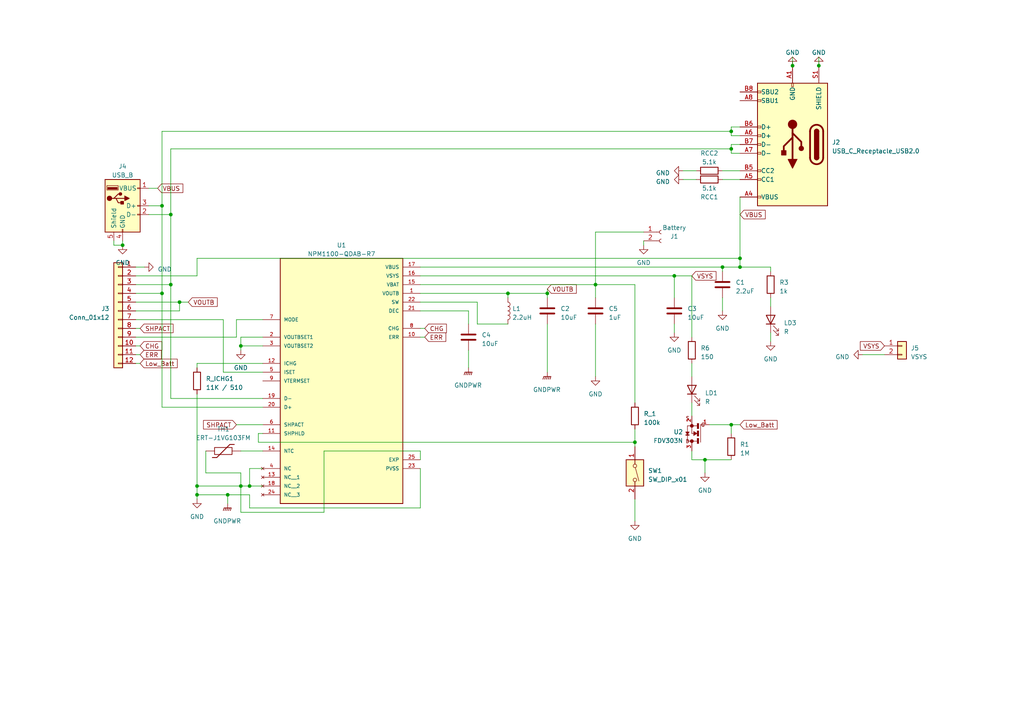
<source format=kicad_sch>
(kicad_sch (version 20230121) (generator eeschema)
  (paper "A4")
  (lib_symbols
    (symbol "Connector:Conn_01x02_Socket" (pin_names (offset 1.016) hide)
      (property "Reference" "J" (at 0 2.54 0))
      (property "Value" "Conn_01x02_Socket" (at 0 -5.08 0))
      (symbol "Conn_01x02_Socket_1_1"
        (arc (start 0 -2.032) (mid -0.5058 -2.54) (end 0 -3.048) (stroke (width 0.1524)))
        (polyline (pts (xy -1.27 -2.54) (xy -0.508 -2.54)) (stroke (width 0.1524)))
        (polyline (pts (xy -1.27 0) (xy -0.508 0)) (stroke (width 0.1524)))
        (arc (start 0 0.508) (mid -0.5058 0) (end 0 -0.508) (stroke (width 0.1524)))
        (pin passive line (at -5.08 0 0) (length 3.81) (name "Pin_1") (number "1"))
        (pin passive line (at -5.08 -2.54 0) (length 3.81) (name "Pin_2") (number "2"))
      )
    )
    (symbol "Connector:USB_A" (pin_names (offset 1.016))
      (property "Reference" "J" (at -5.08 11.43 0))
      (property "Value" "USB_A" (at -5.08 8.89 0))
      (symbol "USB_A_0_1"
        (rectangle (start -5.08 -7.62) (end 5.08 7.62) (stroke (width 0.254)) (fill (type background)))
        (circle (center -3.81 2.159) (radius 0.635) (stroke (width 0.254)) (fill (type outline)))
        (rectangle (start -1.524 4.826) (end -4.318 5.334) (fill (type outline)))
        (rectangle (start -1.27 4.572) (end -4.572 5.842))
        (circle (center -0.635 3.429) (radius 0.381) (stroke (width 0.254)) (fill (type outline)))
        (rectangle (start -0.127 -7.62) (end 0.127 -6.858))
        (polyline (pts (xy -3.175 2.159) (xy -2.54 2.159) (xy -1.27 3.429) (xy -0.635 3.429)) (stroke (width 0.254)))
        (polyline (pts (xy -2.54 2.159) (xy -1.905 2.159) (xy -1.27 0.889) (xy 0 0.889)) (stroke (width 0.254)))
        (polyline (pts (xy 0.635 2.794) (xy 0.635 1.524) (xy 1.905 2.159) (xy 0.635 2.794)) (stroke (width 0.254)) (fill (type outline)))
        (rectangle (start 0.254 1.27) (end -0.508 0.508) (stroke (width 0.254)) (fill (type outline)))
        (rectangle (start 5.08 -2.667) (end 4.318 -2.413))
        (rectangle (start 5.08 -0.127) (end 4.318 0.127))
        (rectangle (start 5.08 4.953) (end 4.318 5.207))
      )
      (symbol "USB_A_1_1"
        (polyline (pts (xy -1.905 2.159) (xy 0.635 2.159)) (stroke (width 0.254)))
        (pin power_in line (at 7.62 5.08 180) (length 2.54) (name "VBUS") (number "1"))
        (pin bidirectional line (at 7.62 -2.54 180) (length 2.54) (name "D-") (number "2"))
        (pin bidirectional line (at 7.62 0 180) (length 2.54) (name "D+") (number "3"))
        (pin power_in line (at 0 -10.16 90) (length 2.54) (name "GND") (number "4"))
        (pin passive line (at -2.54 -10.16 90) (length 2.54) (name "Shield") (number "5"))
      )
    )
    (symbol "Connector:USB_C_Receptacle_USB2.0" (pin_names (offset 1.016))
      (property "Reference" "J" (at -10.16 19.05 0))
      (property "Value" "USB_C_Receptacle_USB2.0" (at 19.05 19.05 0))
      (symbol "USB_C_Receptacle_USB2.0_0_0"
        (rectangle (start -0.254 -17.78) (end 0.254 -16.764))
        (rectangle (start 10.16 -14.986) (end 9.144 -15.494))
        (rectangle (start 10.16 -12.446) (end 9.144 -12.954))
        (rectangle (start 10.16 -4.826) (end 9.144 -5.334))
        (rectangle (start 10.16 -2.286) (end 9.144 -2.794))
        (rectangle (start 10.16 0.254) (end 9.144 -0.254))
        (rectangle (start 10.16 2.794) (end 9.144 2.286))
        (rectangle (start 10.16 7.874) (end 9.144 7.366))
        (rectangle (start 10.16 10.414) (end 9.144 9.906))
        (rectangle (start 10.16 15.494) (end 9.144 14.986))
      )
      (symbol "USB_C_Receptacle_USB2.0_0_1"
        (rectangle (start -10.16 17.78) (end 10.16 -17.78) (stroke (width 0.254)) (fill (type background)))
        (arc (start -8.89 -3.81) (mid -6.985 -5.7067) (end -5.08 -3.81) (stroke (width 0.508)))
        (arc (start -7.62 -3.81) (mid -6.985 -4.4423) (end -6.35 -3.81) (stroke (width 0.254)))
        (arc (start -7.62 -3.81) (mid -6.985 -4.4423) (end -6.35 -3.81) (stroke (width 0.254)) (fill (type outline)))
        (rectangle (start -7.62 -3.81) (end -6.35 3.81) (stroke (width 0.254)) (fill (type outline)))
        (arc (start -6.35 3.81) (mid -6.985 4.4423) (end -7.62 3.81) (stroke (width 0.254)))
        (arc (start -6.35 3.81) (mid -6.985 4.4423) (end -7.62 3.81) (stroke (width 0.254)) (fill (type outline)))
        (arc (start -5.08 3.81) (mid -6.985 5.7067) (end -8.89 3.81) (stroke (width 0.508)))
        (circle (center -2.54 1.143) (radius 0.635) (stroke (width 0.254)) (fill (type outline)))
        (circle (center 0 -5.842) (radius 1.27) (fill (type outline)))
        (polyline (pts (xy -8.89 -3.81) (xy -8.89 3.81)) (stroke (width 0.508)))
        (polyline (pts (xy -5.08 3.81) (xy -5.08 -3.81)) (stroke (width 0.508)))
        (polyline (pts (xy 0 -5.842) (xy 0 4.318)) (stroke (width 0.508)))
        (polyline (pts (xy 0 -3.302) (xy -2.54 -0.762) (xy -2.54 0.508)) (stroke (width 0.508)))
        (polyline (pts (xy 0 -2.032) (xy 2.54 0.508) (xy 2.54 1.778)) (stroke (width 0.508)))
        (polyline (pts (xy -1.27 4.318) (xy 0 6.858) (xy 1.27 4.318) (xy -1.27 4.318)) (stroke (width 0.254)) (fill (type outline)))
        (rectangle (start 1.905 1.778) (end 3.175 3.048) (stroke (width 0.254)) (fill (type outline)))
      )
      (symbol "USB_C_Receptacle_USB2.0_1_1"
        (pin passive line (at 0 -22.86 90) (length 5.08) (name "GND") (number "A1"))
        (pin passive line (at 0 -22.86 90) (length 5.08) hide (name "GND") (number "A12"))
        (pin passive line (at 15.24 15.24 180) (length 5.08) (name "VBUS") (number "A4"))
        (pin bidirectional line (at 15.24 10.16 180) (length 5.08) (name "CC1") (number "A5"))
        (pin bidirectional line (at 15.24 -2.54 180) (length 5.08) (name "D+") (number "A6"))
        (pin bidirectional line (at 15.24 2.54 180) (length 5.08) (name "D-") (number "A7"))
        (pin bidirectional line (at 15.24 -12.7 180) (length 5.08) (name "SBU1") (number "A8"))
        (pin passive line (at 15.24 15.24 180) (length 5.08) hide (name "VBUS") (number "A9"))
        (pin passive line (at 0 -22.86 90) (length 5.08) hide (name "GND") (number "B1"))
        (pin passive line (at 0 -22.86 90) (length 5.08) hide (name "GND") (number "B12"))
        (pin passive line (at 15.24 15.24 180) (length 5.08) hide (name "VBUS") (number "B4"))
        (pin bidirectional line (at 15.24 7.62 180) (length 5.08) (name "CC2") (number "B5"))
        (pin bidirectional line (at 15.24 -5.08 180) (length 5.08) (name "D+") (number "B6"))
        (pin bidirectional line (at 15.24 0 180) (length 5.08) (name "D-") (number "B7"))
        (pin bidirectional line (at 15.24 -15.24 180) (length 5.08) (name "SBU2") (number "B8"))
        (pin passive line (at 15.24 15.24 180) (length 5.08) hide (name "VBUS") (number "B9"))
        (pin passive line (at -7.62 -22.86 90) (length 5.08) (name "SHIELD") (number "S1"))
      )
    )
    (symbol "Connector_Generic:Conn_01x02" (pin_names (offset 1.016) hide)
      (property "Reference" "J" (at 0 2.54 0))
      (property "Value" "Conn_01x02" (at 0 -5.08 0))
      (symbol "Conn_01x02_1_1"
        (rectangle (start -1.27 -2.413) (end 0 -2.667) (stroke (width 0.1524)))
        (rectangle (start -1.27 0.127) (end 0 -0.127) (stroke (width 0.1524)))
        (rectangle (start -1.27 1.27) (end 1.27 -3.81) (stroke (width 0.254)) (fill (type background)))
        (pin passive line (at -5.08 0 0) (length 3.81) (name "Pin_1") (number "1"))
        (pin passive line (at -5.08 -2.54 0) (length 3.81) (name "Pin_2") (number "2"))
      )
    )
    (symbol "Connector_Generic:Conn_01x12" (pin_names (offset 1.016) hide)
      (property "Reference" "J" (at 0 15.24 0))
      (property "Value" "Conn_01x12" (at 0 -17.78 0))
      (symbol "Conn_01x12_1_1"
        (rectangle (start -1.27 -15.113) (end 0 -15.367) (stroke (width 0.1524)))
        (rectangle (start -1.27 -12.573) (end 0 -12.827) (stroke (width 0.1524)))
        (rectangle (start -1.27 -10.033) (end 0 -10.287) (stroke (width 0.1524)))
        (rectangle (start -1.27 -7.493) (end 0 -7.747) (stroke (width 0.1524)))
        (rectangle (start -1.27 -4.953) (end 0 -5.207) (stroke (width 0.1524)))
        (rectangle (start -1.27 -2.413) (end 0 -2.667) (stroke (width 0.1524)))
        (rectangle (start -1.27 0.127) (end 0 -0.127) (stroke (width 0.1524)))
        (rectangle (start -1.27 2.667) (end 0 2.413) (stroke (width 0.1524)))
        (rectangle (start -1.27 5.207) (end 0 4.953) (stroke (width 0.1524)))
        (rectangle (start -1.27 7.747) (end 0 7.493) (stroke (width 0.1524)))
        (rectangle (start -1.27 10.287) (end 0 10.033) (stroke (width 0.1524)))
        (rectangle (start -1.27 12.827) (end 0 12.573) (stroke (width 0.1524)))
        (rectangle (start -1.27 13.97) (end 1.27 -16.51) (stroke (width 0.254)) (fill (type background)))
        (pin passive line (at -5.08 12.7 0) (length 3.81) (name "Pin_1") (number "1"))
        (pin passive line (at -5.08 -10.16 0) (length 3.81) (name "Pin_10") (number "10"))
        (pin passive line (at -5.08 -12.7 0) (length 3.81) (name "Pin_11") (number "11"))
        (pin passive line (at -5.08 -15.24 0) (length 3.81) (name "Pin_12") (number "12"))
        (pin passive line (at -5.08 10.16 0) (length 3.81) (name "Pin_2") (number "2"))
        (pin passive line (at -5.08 7.62 0) (length 3.81) (name "Pin_3") (number "3"))
        (pin passive line (at -5.08 5.08 0) (length 3.81) (name "Pin_4") (number "4"))
        (pin passive line (at -5.08 2.54 0) (length 3.81) (name "Pin_5") (number "5"))
        (pin passive line (at -5.08 0 0) (length 3.81) (name "Pin_6") (number "6"))
        (pin passive line (at -5.08 -2.54 0) (length 3.81) (name "Pin_7") (number "7"))
        (pin passive line (at -5.08 -5.08 0) (length 3.81) (name "Pin_8") (number "8"))
        (pin passive line (at -5.08 -7.62 0) (length 3.81) (name "Pin_9") (number "9"))
      )
    )
    (symbol "Device:C" (pin_numbers hide) (pin_names (offset 0.254))
      (property "Reference" "C" (at 0.635 2.54 0))
      (property "Value" "C" (at 0.635 -2.54 0))
      (symbol "C_0_1"
        (polyline (pts (xy -2.032 -0.762) (xy 2.032 -0.762)) (stroke (width 0.508)))
        (polyline (pts (xy -2.032 0.762) (xy 2.032 0.762)) (stroke (width 0.508)))
      )
      (symbol "C_1_1"
        (pin passive line (at 0 3.81 270) (length 2.794) (name "~") (number "1"))
        (pin passive line (at 0 -3.81 90) (length 2.794) (name "~") (number "2"))
      )
    )
    (symbol "Device:L" (pin_numbers hide) (pin_names (offset 1.016) hide)
      (property "Reference" "L" (at -1.27 0 90))
      (property "Value" "L" (at 1.905 0 90))
      (symbol "L_0_1"
        (arc (start 0 -2.54) (mid 0.6323 -1.905) (end 0 -1.27))
        (arc (start 0 -1.27) (mid 0.6323 -0.635) (end 0 0))
        (arc (start 0 0) (mid 0.6323 0.635) (end 0 1.27))
        (arc (start 0 1.27) (mid 0.6323 1.905) (end 0 2.54))
      )
      (symbol "L_1_1"
        (pin passive line (at 0 3.81 270) (length 1.27) (name "1") (number "1"))
        (pin passive line (at 0 -3.81 90) (length 1.27) (name "2") (number "2"))
      )
    )
    (symbol "Device:LED" (pin_numbers hide) (pin_names (offset 1.016) hide)
      (property "Reference" "D" (at 0 2.54 0))
      (property "Value" "LED" (at 0 -2.54 0))
      (symbol "LED_0_1"
        (polyline (pts (xy -1.27 -1.27) (xy -1.27 1.27)) (stroke (width 0.254)))
        (polyline (pts (xy -1.27 0) (xy 1.27 0)))
        (polyline (pts (xy 1.27 -1.27) (xy 1.27 1.27) (xy -1.27 0) (xy 1.27 -1.27)) (stroke (width 0.254)))
        (polyline (pts (xy -3.048 -0.762) (xy -4.572 -2.286) (xy -3.81 -2.286) (xy -4.572 -2.286) (xy -4.572 -1.524)))
        (polyline (pts (xy -1.778 -0.762) (xy -3.302 -2.286) (xy -2.54 -2.286) (xy -3.302 -2.286) (xy -3.302 -1.524)))
      )
      (symbol "LED_1_1"
        (pin passive line (at -3.81 0 0) (length 2.54) (name "K") (number "1"))
        (pin passive line (at 3.81 0 180) (length 2.54) (name "A") (number "2"))
      )
    )
    (symbol "Device:R" (pin_numbers hide) (pin_names (offset 0))
      (property "Reference" "R" (at 2.032 0 90))
      (property "Value" "R" (at 0 0 90))
      (symbol "R_0_1"
        (rectangle (start -1.016 -2.54) (end 1.016 2.54) (stroke (width 0.254)))
      )
      (symbol "R_1_1"
        (pin passive line (at 0 3.81 270) (length 1.27) (name "~") (number "1"))
        (pin passive line (at 0 -3.81 90) (length 1.27) (name "~") (number "2"))
      )
    )
    (symbol "Device:Thermistor" (pin_numbers hide) (pin_names (offset 0))
      (property "Reference" "TH" (at 2.54 1.27 90))
      (property "Value" "Thermistor" (at -2.54 0 90))
      (symbol "Thermistor_0_1"
        (rectangle (start -1.016 2.54) (end 1.016 -2.54) (stroke (width 0.2032)))
        (polyline (pts (xy -1.905 3.175) (xy -1.905 1.905) (xy 1.905 -1.905) (xy 1.905 -3.175) (xy 1.905 -3.175)) (stroke (width 0.254)))
      )
      (symbol "Thermistor_1_1"
        (pin passive line (at 0 5.08 270) (length 2.54) (name "~") (number "1"))
        (pin passive line (at 0 -5.08 90) (length 2.54) (name "~") (number "2"))
      )
    )
    (symbol "FDV303:FDV303N" (pin_names (offset 1.016))
      (property "Reference" "U" (at 2.5442 0 0))
      (property "Value" "FDV303N" (at 2.5413 -2.5413 0))
      (symbol "FDV303N_0_0"
        (rectangle (start -2.0361 -0.7635) (end -1.524 0.762) (stroke (width 0.1)) (fill (type outline)))
        (rectangle (start -2.0333 -2.9229) (end -1.524 -1.397) (stroke (width 0.1)) (fill (type outline)))
        (rectangle (start -2.0327 1.3975) (end -1.524 2.921) (stroke (width 0.1)) (fill (type outline)))
        (circle (center 0 -2.2225) (radius 0.127) (stroke (width 0.4064)))
        (polyline (pts (xy -2.54 -2.54) (xy -2.54 2.54)) (stroke (width 0.1524)))
        (polyline (pts (xy -1.5875 -2.2225) (xy 0 -2.2225)) (stroke (width 0.1524)))
        (polyline (pts (xy -1.5875 2.2225) (xy 0 2.2225)) (stroke (width 0.1524)))
        (polyline (pts (xy -0.508 0) (xy 0 0)) (stroke (width 0.1524)))
        (polyline (pts (xy 0 -2.2225) (xy 0 -2.54)) (stroke (width 0.1524)))
        (polyline (pts (xy 0 0) (xy 0 -2.2225)) (stroke (width 0.1524)))
        (polyline (pts (xy 0 2.2225) (xy 1.27 2.2225)) (stroke (width 0.1524)))
        (polyline (pts (xy 0 2.54) (xy 0 2.2225)) (stroke (width 0.1524)))
        (polyline (pts (xy 1.27 -2.2225) (xy 0 -2.2225)) (stroke (width 0.1524)))
        (polyline (pts (xy 1.27 2.2225) (xy 1.27 -2.2225)) (stroke (width 0.1524)))
        (polyline (pts (xy -1.524 0) (xy -0.508 0.635) (xy -0.508 -0.635) (xy -1.524 0)) (stroke (width 0.1016)) (fill (type outline)))
        (polyline (pts (xy 1.27 0.3175) (xy 0.762 -0.4445) (xy 1.778 -0.4445) (xy 1.27 0.3175)) (stroke (width 0.1524)) (fill (type outline)))
        (circle (center 0 2.2225) (radius 0.127) (stroke (width 0.4064)))
        (rectangle (start 0.7631 0.318) (end 1.778 0.5715) (stroke (width 0.1)) (fill (type outline)))
        (text "D" (at 0.6352 2.8582 0) (effects (font (size 1.0163 1.0163)) (justify left bottom)))
        (text "G" (at -3.8125 -1.9063 0) (effects (font (size 1.0167 1.0167)) (justify left bottom)))
        (text "S" (at 0.6354 -3.8122 0) (effects (font (size 1.0166 1.0166)) (justify left bottom)))
        (pin passive line (at -5.08 -2.54 0) (length 2.54) (name "~") (number "1"))
        (pin passive line (at 0 -5.08 90) (length 2.54) (name "~") (number "2"))
        (pin passive line (at 0 5.08 270) (length 2.54) (name "~") (number "3"))
      )
    )
    (symbol "Switch:SW_DIP_x01" (pin_names (offset 0) hide)
      (property "Reference" "SW" (at 0 3.81 0))
      (property "Value" "SW_DIP_x01" (at 0 -3.81 0))
      (symbol "SW_DIP_x01_0_0"
        (circle (center -2.032 0) (radius 0.508))
        (polyline (pts (xy -1.524 0.127) (xy 2.3622 1.1684)))
        (circle (center 2.032 0) (radius 0.508))
      )
      (symbol "SW_DIP_x01_0_1"
        (rectangle (start -3.81 2.54) (end 3.81 -2.54) (stroke (width 0.254)) (fill (type background)))
      )
      (symbol "SW_DIP_x01_1_1"
        (pin passive line (at -7.62 0 0) (length 5.08) (name "~") (number "1"))
        (pin passive line (at 7.62 0 180) (length 5.08) (name "~") (number "2"))
      )
    )
    (symbol "nPM1100:NPM1100-QDAB-R7" (pin_names (offset 1.016))
      (property "Reference" "U" (at -17.78 35.56 0))
      (property "Value" "NPM1100-QDAB-R7" (at -17.78 -40.64 0))
      (symbol "NPM1100-QDAB-R7_0_0"
        (rectangle (start -17.78 -38.1) (end 17.78 33.02) (stroke (width 0.254)) (fill (type background)))
        (pin power_in line (at 22.86 22.86 180) (length 5.08) (name "VOUTB") (number "1"))
        (pin output line (at 22.86 10.16 180) (length 5.08) (name "ERR") (number "10"))
        (pin bidirectional line (at -22.86 -17.78 0) (length 5.08) (name "SHPHLD") (number "11"))
        (pin input line (at -22.86 2.54 0) (length 5.08) (name "ICHG") (number "12"))
        (pin no_connect line (at -22.86 -30.48 0) (length 5.08) (name "NC__1") (number "13"))
        (pin input line (at -22.86 -22.86 0) (length 5.08) (name "NTC") (number "14"))
        (pin power_in line (at 22.86 25.4 180) (length 5.08) (name "VBAT") (number "15"))
        (pin power_in line (at 22.86 27.94 180) (length 5.08) (name "VSYS") (number "16"))
        (pin power_in line (at 22.86 30.48 180) (length 5.08) (name "VBUS") (number "17"))
        (pin no_connect line (at -22.86 -33.02 0) (length 5.08) (name "NC__2") (number "18"))
        (pin input line (at -22.86 -7.62 0) (length 5.08) (name "D-") (number "19"))
        (pin bidirectional line (at -22.86 10.16 0) (length 5.08) (name "VOUTBSET1") (number "2"))
        (pin input line (at -22.86 -10.16 0) (length 5.08) (name "D+") (number "20"))
        (pin power_in line (at 22.86 17.78 180) (length 5.08) (name "DEC") (number "21"))
        (pin power_in line (at 22.86 20.32 180) (length 5.08) (name "SW") (number "22"))
        (pin power_in line (at 22.86 -27.94 180) (length 5.08) (name "PVSS") (number "23"))
        (pin no_connect line (at -22.86 -35.56 0) (length 5.08) (name "NC__3") (number "24"))
        (pin power_in line (at 22.86 -25.4 180) (length 5.08) (name "EXP") (number "25"))
        (pin bidirectional line (at -22.86 7.62 0) (length 5.08) (name "VOUTBSET2") (number "3"))
        (pin no_connect line (at -22.86 -27.94 0) (length 5.08) (name "NC") (number "4"))
        (pin bidirectional line (at -22.86 0 0) (length 5.08) (name "ISET") (number "5"))
        (pin bidirectional line (at -22.86 -15.24 0) (length 5.08) (name "SHPACT") (number "6"))
        (pin bidirectional line (at -22.86 15.24 0) (length 5.08) (name "MODE") (number "7"))
        (pin output line (at 22.86 12.7 180) (length 5.08) (name "CHG") (number "8"))
        (pin bidirectional line (at -22.86 -2.54 0) (length 5.08) (name "VTERMSET") (number "9"))
      )
    )
    (symbol "power:GND" (power) (pin_names (offset 0))
      (property "Value" "GND" (at 0 -3.81 0))
      (symbol "GND_0_1"
        (polyline (pts (xy 0 0) (xy 0 -1.27) (xy 1.27 -1.27) (xy 0 -2.54) (xy -1.27 -1.27) (xy 0 -1.27)))
      )
      (symbol "GND_1_1"
        (pin power_in line (at 0 0 270) (length 0) hide (name "GND") (number "1"))
      )
    )
    (symbol "power:GNDPWR" (power) (pin_names (offset 0))
      (property "Value" "GNDPWR" (at 0 -3.302 0))
      (symbol "GNDPWR_0_1"
        (polyline (pts (xy 0 -1.27) (xy 0 0)))
        (polyline (pts (xy -1.016 -1.27) (xy -1.27 -2.032) (xy -1.27 -2.032)) (stroke (width 0.2032)))
        (polyline (pts (xy -0.508 -1.27) (xy -0.762 -2.032) (xy -0.762 -2.032)) (stroke (width 0.2032)))
        (polyline (pts (xy 0 -1.27) (xy -0.254 -2.032) (xy -0.254 -2.032)) (stroke (width 0.2032)))
        (polyline (pts (xy 0.508 -1.27) (xy 0.254 -2.032) (xy 0.254 -2.032)) (stroke (width 0.2032)))
        (polyline (pts (xy 1.016 -1.27) (xy -1.016 -1.27) (xy -1.016 -1.27)) (stroke (width 0.2032)))
        (polyline (pts (xy 1.016 -1.27) (xy 0.762 -2.032) (xy 0.762 -2.032) (xy 0.762 -2.032)) (stroke (width 0.2032)))
      )
      (symbol "GNDPWR_1_1"
        (pin power_in line (at 0 0 270) (length 0) hide (name "GNDPWR") (number "1"))
      )
    )
  )
  (junction (at 52.07 87.63))
  (junction (at 49.53 82.55))
  (junction (at 204.47 133.35))
  (junction (at 72.39 140.97))
  (junction (at 57.15 140.97))
  (junction (at 172.72 82.55))
  (junction (at 69.85 140.97))
  (junction (at 35.56 71.12))
  (junction (at 57.15 143.51))
  (junction (at 229.87 19.05))
  (junction (at 209.55 77.47))
  (junction (at 66.04 143.51))
  (junction (at 195.58 80.01))
  (junction (at 214.63 77.47))
  (junction (at 69.85 100.33))
  (junction (at 212.09 43.18))
  (junction (at 46.99 85.09))
  (junction (at 212.09 123.19))
  (junction (at 214.63 74.93))
  (junction (at 46.99 59.69))
  (junction (at 212.09 38.1))
  (junction (at 237.49 19.05))
  (junction (at 147.32 85.09))
  (junction (at 49.53 62.23))
  (junction (at 158.75 85.09))
  (junction (at 184.15 128.27))
  (wire (pts (xy 223.52 86.36) (xy 223.52 88.9)))
  (wire (pts (xy 57.15 114.3) (xy 57.15 140.97)))
  (wire (pts (xy 212.09 39.37) (xy 212.09 38.1)))
  (wire (pts (xy 57.15 80.01) (xy 57.15 74.93)))
  (wire (pts (xy 223.52 96.52) (xy 223.52 99.06)))
  (wire (pts (xy 138.43 93.98) (xy 147.32 93.98)))
  (wire (pts (xy 39.37 80.01) (xy 57.15 80.01)))
  (wire (pts (xy 74.93 125.73) (xy 76.2 125.73)))
  (wire (pts (xy 158.75 86.36) (xy 158.75 85.09)))
  (wire (pts (xy 158.75 93.98) (xy 158.75 107.95)))
  (wire (pts (xy 212.09 123.19) (xy 212.09 125.73)))
  (wire (pts (xy 204.47 133.35) (xy 212.09 133.35)))
  (wire (pts (xy 59.69 137.16) (xy 69.85 137.16)))
  (wire (pts (xy 35.56 69.85) (xy 35.56 71.12)))
  (wire (pts (xy 214.63 44.45) (xy 212.09 44.45)))
  (wire (pts (xy 39.37 87.63) (xy 52.07 87.63)))
  (wire (pts (xy 184.15 116.84) (xy 184.15 82.55)))
  (wire (pts (xy 184.15 144.78) (xy 184.15 151.13)))
  (wire (pts (xy 121.92 147.32) (xy 72.39 147.32)))
  (wire (pts (xy 76.2 118.11) (xy 46.99 118.11)))
  (wire (pts (xy 46.99 59.69) (xy 46.99 85.09)))
  (wire (pts (xy 57.15 143.51) (xy 66.04 143.51)))
  (wire (pts (xy 76.2 107.95) (xy 64.77 107.95)))
  (wire (pts (xy 138.43 87.63) (xy 138.43 93.98)))
  (wire (pts (xy 76.2 123.19) (xy 68.58 123.19)))
  (wire (pts (xy 43.18 62.23) (xy 49.53 62.23)))
  (wire (pts (xy 237.49 16.51) (xy 237.49 19.05)))
  (wire (pts (xy 93.98 148.59) (xy 69.85 148.59)))
  (wire (pts (xy 214.63 77.47) (xy 209.55 77.47)))
  (wire (pts (xy 46.99 118.11) (xy 46.99 85.09)))
  (wire (pts (xy 76.2 135.89) (xy 72.39 135.89)))
  (wire (pts (xy 147.32 85.09) (xy 158.75 85.09)))
  (wire (pts (xy 69.85 97.79) (xy 69.85 100.33)))
  (wire (pts (xy 214.63 57.15) (xy 214.63 74.93)))
  (wire (pts (xy 39.37 92.71) (xy 64.77 92.71)))
  (wire (pts (xy 52.07 90.17) (xy 52.07 87.63)))
  (wire (pts (xy 57.15 105.41) (xy 76.2 105.41)))
  (wire (pts (xy 66.04 143.51) (xy 66.04 146.05)))
  (wire (pts (xy 200.66 133.35) (xy 200.66 130.81)))
  (wire (pts (xy 195.58 93.98) (xy 195.58 96.52)))
  (wire (pts (xy 72.39 143.51) (xy 66.04 143.51)))
  (wire (pts (xy 184.15 82.55) (xy 172.72 82.55)))
  (wire (pts (xy 76.2 92.71) (xy 68.58 92.71)))
  (wire (pts (xy 184.15 128.27) (xy 184.15 129.54)))
  (wire (pts (xy 121.92 80.01) (xy 195.58 80.01)))
  (wire (pts (xy 93.98 130.81) (xy 93.98 148.59)))
  (wire (pts (xy 74.93 125.73) (xy 74.93 128.27)))
  (wire (pts (xy 33.02 71.12) (xy 35.56 71.12)))
  (wire (pts (xy 147.32 85.09) (xy 147.32 86.36)))
  (wire (pts (xy 209.55 52.07) (xy 214.63 52.07)))
  (wire (pts (xy 64.77 92.71) (xy 64.77 107.95)))
  (wire (pts (xy 57.15 74.93) (xy 214.63 74.93)))
  (wire (pts (xy 121.92 77.47) (xy 209.55 77.47)))
  (wire (pts (xy 40.64 100.33) (xy 39.37 100.33)))
  (wire (pts (xy 184.15 124.46) (xy 184.15 128.27)))
  (wire (pts (xy 43.18 59.69) (xy 46.99 59.69)))
  (wire (pts (xy 198.12 49.53) (xy 201.93 49.53)))
  (wire (pts (xy 135.89 93.98) (xy 135.89 90.17)))
  (wire (pts (xy 135.89 90.17) (xy 121.92 90.17)))
  (wire (pts (xy 200.66 105.41) (xy 200.66 109.22)))
  (wire (pts (xy 121.92 87.63) (xy 138.43 87.63)))
  (wire (pts (xy 204.47 133.35) (xy 204.47 137.16)))
  (wire (pts (xy 49.53 82.55) (xy 49.53 115.57)))
  (wire (pts (xy 121.92 82.55) (xy 172.72 82.55)))
  (wire (pts (xy 121.92 85.09) (xy 147.32 85.09)))
  (wire (pts (xy 76.2 97.79) (xy 69.85 97.79)))
  (wire (pts (xy 186.69 67.31) (xy 172.72 67.31)))
  (wire (pts (xy 39.37 105.41) (xy 40.64 105.41)))
  (wire (pts (xy 195.58 80.01) (xy 200.66 80.01)))
  (wire (pts (xy 121.92 130.81) (xy 93.98 130.81)))
  (wire (pts (xy 57.15 106.68) (xy 57.15 105.41)))
  (wire (pts (xy 214.63 77.47) (xy 223.52 77.47)))
  (wire (pts (xy 121.92 97.79) (xy 123.19 97.79)))
  (wire (pts (xy 212.09 44.45) (xy 212.09 43.18)))
  (wire (pts (xy 121.92 133.35) (xy 121.92 130.81)))
  (wire (pts (xy 76.2 115.57) (xy 49.53 115.57)))
  (wire (pts (xy 214.63 74.93) (xy 214.63 77.47)))
  (wire (pts (xy 186.69 69.85) (xy 186.69 71.12)))
  (wire (pts (xy 72.39 147.32) (xy 72.39 143.51)))
  (wire (pts (xy 121.92 135.89) (xy 121.92 147.32)))
  (wire (pts (xy 69.85 100.33) (xy 76.2 100.33)))
  (wire (pts (xy 39.37 90.17) (xy 52.07 90.17)))
  (wire (pts (xy 39.37 102.87) (xy 40.64 102.87)))
  (wire (pts (xy 69.85 148.59) (xy 69.85 140.97)))
  (wire (pts (xy 223.52 78.74) (xy 223.52 77.47)))
  (wire (pts (xy 72.39 135.89) (xy 72.39 140.97)))
  (wire (pts (xy 49.53 43.18) (xy 49.53 62.23)))
  (wire (pts (xy 209.55 77.47) (xy 209.55 78.74)))
  (wire (pts (xy 46.99 38.1) (xy 212.09 38.1)))
  (wire (pts (xy 121.92 95.25) (xy 123.19 95.25)))
  (wire (pts (xy 204.47 133.35) (xy 200.66 133.35)))
  (wire (pts (xy 39.37 95.25) (xy 40.64 95.25)))
  (wire (pts (xy 59.69 130.81) (xy 59.69 137.16)))
  (wire (pts (xy 200.66 80.01) (xy 200.66 97.79)))
  (wire (pts (xy 212.09 36.83) (xy 212.09 38.1)))
  (wire (pts (xy 39.37 77.47) (xy 41.91 77.47)))
  (wire (pts (xy 172.72 82.55) (xy 172.72 86.36)))
  (wire (pts (xy 46.99 59.69) (xy 46.99 38.1)))
  (wire (pts (xy 250.19 102.87) (xy 256.54 102.87)))
  (wire (pts (xy 158.75 83.82) (xy 158.75 85.09)))
  (wire (pts (xy 214.63 36.83) (xy 212.09 36.83)))
  (wire (pts (xy 39.37 97.79) (xy 68.58 97.79)))
  (wire (pts (xy 212.09 123.19) (xy 214.63 123.19)))
  (wire (pts (xy 39.37 85.09) (xy 46.99 85.09)))
  (wire (pts (xy 33.02 69.85) (xy 33.02 71.12)))
  (wire (pts (xy 72.39 140.97) (xy 76.2 140.97)))
  (wire (pts (xy 52.07 87.63) (xy 54.61 87.63)))
  (wire (pts (xy 69.85 140.97) (xy 72.39 140.97)))
  (wire (pts (xy 69.85 100.33) (xy 69.85 101.6)))
  (wire (pts (xy 205.74 123.19) (xy 212.09 123.19)))
  (wire (pts (xy 212.09 41.91) (xy 212.09 43.18)))
  (wire (pts (xy 74.93 128.27) (xy 184.15 128.27)))
  (wire (pts (xy 214.63 39.37) (xy 212.09 39.37)))
  (wire (pts (xy 172.72 93.98) (xy 172.72 109.22)))
  (wire (pts (xy 68.58 92.71) (xy 68.58 97.79)))
  (wire (pts (xy 209.55 86.36) (xy 209.55 90.17)))
  (wire (pts (xy 57.15 140.97) (xy 69.85 140.97)))
  (wire (pts (xy 49.53 62.23) (xy 49.53 82.55)))
  (wire (pts (xy 209.55 49.53) (xy 214.63 49.53)))
  (wire (pts (xy 57.15 143.51) (xy 57.15 144.78)))
  (wire (pts (xy 43.18 54.61) (xy 45.72 54.61)))
  (wire (pts (xy 49.53 43.18) (xy 212.09 43.18)))
  (wire (pts (xy 229.87 16.51) (xy 229.87 19.05)))
  (wire (pts (xy 69.85 130.81) (xy 76.2 130.81)))
  (wire (pts (xy 172.72 67.31) (xy 172.72 82.55)))
  (wire (pts (xy 39.37 82.55) (xy 49.53 82.55)))
  (wire (pts (xy 198.12 52.07) (xy 201.93 52.07)))
  (wire (pts (xy 214.63 41.91) (xy 212.09 41.91)))
  (wire (pts (xy 69.85 137.16) (xy 69.85 140.97)))
  (wire (pts (xy 135.89 101.6) (xy 135.89 106.68)))
  (wire (pts (xy 57.15 140.97) (xy 57.15 143.51)))
  (wire (pts (xy 195.58 80.01) (xy 195.58 86.36)))
  (wire (pts (xy 200.66 116.84) (xy 200.66 120.65)))
  (global_label "SHPACT" (shape input) (at 68.58 123.19 180) (property "Intersheetrefs" "${INTERSHEET_REFS}" (effects hide)))
  (global_label "VBUS" (shape input) (at 214.63 62.23 0) (property "Intersheetrefs" "${INTERSHEET_REFS}" (effects hide)))
  (global_label "Low_Batt" (shape input) (at 40.64 105.41 0) (property "Intersheetrefs" "${INTERSHEET_REFS}" (effects hide)))
  (global_label "VSYS" (shape input) (at 256.54 100.33 180) (property "Intersheetrefs" "${INTERSHEET_REFS}" (effects hide)))
  (global_label "VOUTB" (shape input) (at 54.61 87.63 0) (property "Intersheetrefs" "${INTERSHEET_REFS}" (effects hide)))
  (global_label "ERR" (shape input) (at 123.19 97.79 0) (property "Intersheetrefs" "${INTERSHEET_REFS}" (effects hide)))
  (global_label "ERR" (shape input) (at 40.64 102.87 0) (property "Intersheetrefs" "${INTERSHEET_REFS}" (effects hide)))
  (global_label "CHG" (shape input) (at 123.19 95.25 0) (property "Intersheetrefs" "${INTERSHEET_REFS}" (effects hide)))
  (global_label "VOUTB" (shape input) (at 158.75 83.82 0) (property "Intersheetrefs" "${INTERSHEET_REFS}" (effects hide)))
  (global_label "Low_Batt" (shape input) (at 214.63 123.19 0) (property "Intersheetrefs" "${INTERSHEET_REFS}" (effects hide)))
  (global_label "VBUS" (shape input) (at 45.72 54.61 0) (property "Intersheetrefs" "${INTERSHEET_REFS}" (effects hide)))
  (global_label "SHPACT" (shape input) (at 40.64 95.25 0) (property "Intersheetrefs" "${INTERSHEET_REFS}" (effects hide)))
  (global_label "CHG" (shape input) (at 40.64 100.33 0) (property "Intersheetrefs" "${INTERSHEET_REFS}" (effects hide)))
  (global_label "VSYS" (shape input) (at 200.66 80.01 0) (property "Intersheetrefs" "${INTERSHEET_REFS}" (effects hide)))
  (symbol (lib_id "power:GND") (at 184.15 151.13 0) (unit 1)
    (property "Reference" "#PWR011" (effects hide))
    (property "Value" "GND" (at 184.15 156.21 0))
  )
  (symbol (lib_id "Device:R") (at 223.52 82.55 0) (unit 1)
    (property "Reference" "R3" (at 226.06 81.915 0) (effects (justify left)))
    (property "Value" "1k" (at 226.06 84.455 0) (effects (justify left)))
    (property "Footprint" "Resistor_SMD:R_0201_0603Metric" (effects hide))
  )
  (symbol (lib_id "nPM1100:NPM1100-QDAB-R7") (at 99.06 107.95 0) (unit 1)
    (property "Reference" "U1" (at 99.06 71.12 0))
    (property "Value" "NPM1100-QDAB-R7" (at 99.06 73.66 0))
    (property "Footprint" "TESIS:QFN50P400X400X90-25N" (effects hide))
    (property "MF" "Nordic Semiconductor ASA" (effects hide))
    (property "MAXIMUM_PACKAGE_HEIGHT" "0.90mm" (effects hide))
    (property "Package" "None" (effects hide))
    (property "Price" "None" (effects hide))
    (property "Check_prices" "https://www.snapeda.com/parts/NPM1100-QDAB-R7/Nordic+Power/view-part/?ref=eda" (effects hide))
    (property "STANDARD" "IPC-7351B" (effects hide))
    (property "PARTREV" "1.3" (effects hide))
    (property "SnapEDA_Link" "https://www.snapeda.com/parts/NPM1100-QDAB-R7/Nordic+Power/view-part/?ref=snap" (effects hide))
    (property "MP" "NPM1100-QDAB-R7" (effects hide))
    (property "Description" "\n                        \n                            Battery Power Management IC Lithium Ion/Polymer 24-QFN (4x4)\n                        \n" (effects hide))
    (property "MANUFACTURER" "Nordic Semiconductor" (effects hide))
    (property "Availability" "In Stock" (effects hide))
    (property "SNAPEDA_PN" "NPM1100-QDAB-R7" (effects hide))
  )
  (symbol (lib_id "Device:R") (at 57.15 110.49 0) (unit 1)
    (property "Reference" "R_ICHG1" (at 59.69 109.855 0) (effects (justify left)))
    (property "Value" "11K / 510" (at 59.69 112.395 0) (effects (justify left)))
    (property "Footprint" "Resistor_SMD:R_0201_0603Metric" (effects hide))
  )
  (symbol (lib_id "Device:L") (at 147.32 90.17 0) (unit 1)
    (property "Reference" "L1" (at 148.59 89.535 0) (effects (justify left)))
    (property "Value" "2.2uH" (at 148.59 92.075 0) (effects (justify left)))
    (property "Footprint" "Inductor_SMD:L_0805_2012Metric" (effects hide))
  )
  (symbol (lib_id "Connector:USB_C_Receptacle_USB2.0") (at 229.87 41.91 180) (unit 1)
    (property "Reference" "J2" (at 241.3 41.275 0) (effects (justify right)))
    (property "Value" "USB_C_Receptacle_USB2.0" (at 241.3 43.815 0) (effects (justify right)))
    (property "Footprint" "Connector_USB:USB_C_Receptacle_Palconn_UTC16-G" (effects hide))
    (property "Datasheet" "https://www.usb.org/sites/default/files/documents/usb_type-c.zip" (effects hide))
  )
  (symbol (lib_id "power:GND") (at 209.55 90.17 0) (unit 1)
    (property "Reference" "#PWR01" (effects hide))
    (property "Value" "GND" (at 209.55 95.25 0))
  )
  (symbol (lib_id "power:GNDPWR") (at 66.04 146.05 0) (unit 1)
    (property "Reference" "#PWR08" (effects hide))
    (property "Value" "GNDPWR" (at 65.913 151.13 0))
  )
  (symbol (lib_id "power:GND") (at 69.85 101.6 0) (unit 1)
    (property "Reference" "#PWR016" (effects hide))
    (property "Value" "GND" (at 69.85 106.68 0))
  )
  (symbol (lib_id "Device:C") (at 209.55 82.55 0) (unit 1)
    (property "Reference" "C1" (at 213.36 81.915 0) (effects (justify left)))
    (property "Value" "2.2uF" (at 213.36 84.455 0) (effects (justify left)))
    (property "Footprint" "Capacitor_SMD:C_0603_1608Metric" (effects hide))
  )
  (symbol (lib_id "power:GND") (at 237.49 19.05 180) (unit 1)
    (property "Reference" "#PWR014" (effects hide))
    (property "Value" "GND" (at 237.49 15.24 0))
  )
  (symbol (lib_id "Device:R") (at 205.74 52.07 90) (unit 1)
    (property "Reference" "RCC1" (at 205.74 57.15 90))
    (property "Value" "5.1k" (at 205.74 54.61 90))
    (property "Footprint" "Resistor_SMD:R_0201_0603Metric" (effects hide))
  )
  (symbol (lib_id "power:GND") (at 229.87 19.05 180) (unit 1)
    (property "Reference" "#PWR013" (effects hide))
    (property "Value" "GND" (at 229.87 15.24 0))
  )
  (symbol (lib_id "Device:R") (at 205.74 49.53 90) (unit 1)
    (property "Reference" "RCC2" (at 205.74 44.45 90))
    (property "Value" "5.1k" (at 205.74 46.99 90))
    (property "Footprint" "Resistor_SMD:R_0201_0603Metric" (effects hide))
  )
  (symbol (lib_id "power:GND") (at 250.19 102.87 270) (unit 1)
    (property "Reference" "#PWR019" (effects hide))
    (property "Value" "GND" (at 246.38 103.505 90) (effects (justify right)))
  )
  (symbol (lib_id "power:GNDPWR") (at 135.89 106.68 0) (unit 1)
    (property "Reference" "#PWR02" (effects hide))
    (property "Value" "GNDPWR" (at 135.763 111.76 0))
  )
  (symbol (lib_id "Device:LED") (at 200.66 113.03 90) (unit 1)
    (property "Reference" "LD1" (at 204.47 113.9825 90) (effects (justify right)))
    (property "Value" "R" (at 204.47 116.5225 90) (effects (justify right)))
    (property "Footprint" "LED_SMD:LED_0201_0603Metric" (effects hide))
  )
  (symbol (lib_id "power:GND") (at 41.91 77.47 90) (unit 1)
    (property "Reference" "#PWR017" (effects hide))
    (property "Value" "GND" (at 45.72 78.105 90) (effects (justify right)))
  )
  (symbol (lib_id "Switch:SW_DIP_x01") (at 184.15 137.16 270) (unit 1)
    (property "Reference" "SW1" (at 187.96 136.525 90) (effects (justify left)))
    (property "Value" "SW_DIP_x01" (at 187.96 139.065 90) (effects (justify left)))
    (property "Footprint" "TESIS:SW_B3U-1000P" (effects hide))
  )
  (symbol (lib_id "Device:R") (at 184.15 120.65 0) (unit 1)
    (property "Reference" "R_1" (at 186.69 120.015 0) (effects (justify left)))
    (property "Value" "100k" (at 186.69 122.555 0) (effects (justify left)))
    (property "Footprint" "Resistor_SMD:R_0201_0603Metric" (effects hide))
  )
  (symbol (lib_id "Connector_Generic:Conn_01x02") (at 261.62 100.33 0) (unit 1)
    (property "Reference" "J5" (at 264.16 100.965 0) (effects (justify left)))
    (property "Value" "VSYS" (at 264.16 103.505 0) (effects (justify left)))
    (property "Footprint" "Connector_PinHeader_2.54mm:PinHeader_1x02_P2.54mm_Vertical" (effects hide))
  )
  (symbol (lib_id "Connector_Generic:Conn_01x12") (at 34.29 90.17 0) (mirror y) (unit 1)
    (property "Reference" "J3" (at 31.75 89.535 0) (effects (justify left)))
    (property "Value" "Conn_01x12" (at 31.75 92.075 0) (effects (justify left)))
    (property "Footprint" "Connector_PinHeader_2.54mm:PinHeader_1x12_P2.54mm_Vertical" (effects hide))
  )
  (symbol (lib_id "Connector:USB_A") (at 35.56 59.69 0) (unit 1)
    (property "Reference" "J4" (at 35.56 48.26 0))
    (property "Value" "USB_B" (at 35.56 50.8 0))
    (property "Footprint" "Connector_USB:USB_A_TE_292303-7_Horizontal" (effects hide))
    (property "Datasheet" " ~" (effects hide))
  )
  (symbol (lib_id "Connector:Conn_01x02_Socket") (at 191.77 67.31 0) (unit 1)
    (property "Reference" "J1" (at 195.58 68.58 0))
    (property "Value" "Battery" (at 195.58 66.04 0))
    (property "Footprint" "Connector_JST:JST_XH_B2B-XH-A_1x02_P2.50mm_Vertical" (effects hide))
  )
  (symbol (lib_id "Device:C") (at 172.72 90.17 0) (unit 1)
    (property "Reference" "C5" (at 176.53 89.535 0) (effects (justify left)))
    (property "Value" "1uF" (at 176.53 92.075 0) (effects (justify left)))
    (property "Footprint" "Capacitor_SMD:C_0603_1608Metric" (effects hide))
  )
  (symbol (lib_id "power:GND") (at 198.12 49.53 270) (unit 1)
    (property "Reference" "#PWR012" (effects hide))
    (property "Value" "GND" (at 194.31 50.165 90) (effects (justify right)))
  )
  (symbol (lib_id "power:GND") (at 204.47 137.16 0) (unit 1)
    (property "Reference" "#PWR010" (effects hide))
    (property "Value" "GND" (at 204.47 142.24 0))
  )
  (symbol (lib_id "Device:LED") (at 223.52 92.71 90) (unit 1)
    (property "Reference" "LD3" (at 227.33 93.6625 90) (effects (justify right)))
    (property "Value" "R" (at 227.33 96.2025 90) (effects (justify right)))
    (property "Footprint" "LED_SMD:LED_0201_0603Metric" (effects hide))
  )
  (symbol (lib_id "power:GND") (at 223.52 99.06 0) (unit 1)
    (property "Reference" "#PWR03" (effects hide))
    (property "Value" "GND" (at 223.52 104.14 0))
  )
  (symbol (lib_id "power:GND") (at 57.15 144.78 0) (unit 1)
    (property "Reference" "#PWR07" (effects hide))
    (property "Value" "GND" (at 57.15 149.86 0))
  )
  (symbol (lib_id "power:GND") (at 198.12 52.07 270) (unit 1)
    (property "Reference" "#PWR015" (effects hide))
    (property "Value" "GND" (at 194.31 52.705 90) (effects (justify right)))
  )
  (symbol (lib_id "Device:R") (at 200.66 101.6 0) (unit 1)
    (property "Reference" "R6" (at 203.2 100.965 0) (effects (justify left)))
    (property "Value" "150" (at 203.2 103.505 0) (effects (justify left)))
    (property "Footprint" "Resistor_SMD:R_0201_0603Metric" (effects hide))
  )
  (symbol (lib_id "Device:R") (at 212.09 129.54 0) (unit 1)
    (property "Reference" "R1" (at 214.63 128.905 0) (effects (justify left)))
    (property "Value" "1M" (at 214.63 131.445 0) (effects (justify left)))
    (property "Footprint" "Resistor_SMD:R_0201_0603Metric" (effects hide))
  )
  (symbol (lib_id "power:GND") (at 35.56 71.12 0) (unit 1)
    (property "Reference" "#PWR018" (effects hide))
    (property "Value" "GND" (at 35.56 76.2 0))
  )
  (symbol (lib_id "power:GND") (at 172.72 109.22 0) (unit 1)
    (property "Reference" "#PWR06" (effects hide))
    (property "Value" "GND" (at 172.72 114.3 0))
  )
  (symbol (lib_id "FDV303:FDV303N") (at 200.66 125.73 180) (unit 1)
    (property "Reference" "U2" (at 198.12 125.2849 0) (effects (justify left)))
    (property "Value" "FDV303N" (at 198.12 127.8249 0) (effects (justify left)))
    (property "Footprint" "TESIS:SOT23" (effects hide))
    (property "MF" "ON Semiconductor" (effects hide))
    (property "Description" "\n                        \n                            N-Channel 25 V 680mA (Ta) 350mW (Ta) Surface Mount SOT-23-3\n                        \n" (effects hide))
    (property "Package" "SOT-23-3 ON Semiconductor" (effects hide))
    (property "Price" "None" (effects hide))
    (property "SnapEDA_Link" "https://www.snapeda.com/parts/FDV303N/Onsemi/view-part/?ref=snap" (effects hide))
    (property "MP" "FDV303N" (effects hide))
    (property "Availability" "In Stock" (effects hide))
    (property "Check_prices" "https://www.snapeda.com/parts/FDV303N/Onsemi/view-part/?ref=eda" (effects hide))
  )
  (symbol (lib_id "Device:Thermistor") (at 64.77 130.81 90) (unit 1)
    (property "Reference" "TH1" (at 64.77 124.46 90))
    (property "Value" "ERT-J1VG103FM" (at 64.77 127 90))
    (property "Footprint" "Resistor_SMD:R_0603_1608Metric" (effects hide))
  )
  (symbol (lib_id "power:GND") (at 195.58 96.52 0) (unit 1)
    (property "Reference" "#PWR04" (effects hide))
    (property "Value" "GND" (at 195.58 101.6 0))
  )
  (symbol (lib_id "Device:C") (at 158.75 90.17 0) (unit 1)
    (property "Reference" "C2" (at 162.56 89.535 0) (effects (justify left)))
    (property "Value" "10uF" (at 162.56 92.075 0) (effects (justify left)))
    (property "Footprint" "Capacitor_SMD:C_0603_1608Metric" (effects hide))
  )
  (symbol (lib_id "Device:C") (at 195.58 90.17 0) (unit 1)
    (property "Reference" "C3" (at 199.39 89.535 0) (effects (justify left)))
    (property "Value" "10uF" (at 199.39 92.075 0) (effects (justify left)))
    (property "Footprint" "Capacitor_SMD:C_0603_1608Metric" (effects hide))
  )
  (symbol (lib_id "Device:C") (at 135.89 97.79 0) (unit 1)
    (property "Reference" "C4" (at 139.7 97.155 0) (effects (justify left)))
    (property "Value" "10uF" (at 139.7 99.695 0) (effects (justify left)))
    (property "Footprint" "Capacitor_SMD:C_0603_1608Metric" (effects hide))
  )
  (symbol (lib_id "power:GNDPWR") (at 158.75 107.95 0) (unit 1)
    (property "Reference" "#PWR05" (effects hide))
    (property "Value" "GNDPWR" (at 158.623 113.03 0))
  )
  (symbol (lib_id "power:GND") (at 186.69 71.12 0) (unit 1)
    (property "Reference" "#PWR09" (effects hide))
    (property "Value" "GND" (at 186.69 76.2 0))
  )
)
</source>
